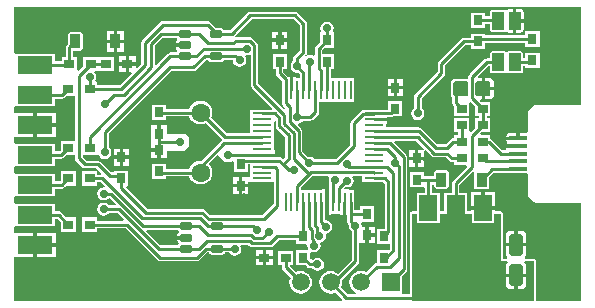
<source format=gtl>
G04 Layer_Physical_Order=1*
G04 Layer_Color=255*
%FSLAX43Y43*%
%MOMM*%
G71*
G01*
G75*
%ADD10R,0.900X0.800*%
%ADD11R,0.800X0.900*%
G04:AMPARAMS|DCode=12|XSize=1.5mm|YSize=1mm|CornerRadius=0.025mm|HoleSize=0mm|Usage=FLASHONLY|Rotation=90.000|XOffset=0mm|YOffset=0mm|HoleType=Round|Shape=RoundedRectangle|*
%AMROUNDEDRECTD12*
21,1,1.500,0.950,0,0,90.0*
21,1,1.450,1.000,0,0,90.0*
1,1,0.050,0.475,0.725*
1,1,0.050,0.475,-0.725*
1,1,0.050,-0.475,-0.725*
1,1,0.050,-0.475,0.725*
%
%ADD12ROUNDEDRECTD12*%
G04:AMPARAMS|DCode=13|XSize=1.8mm|YSize=1.2mm|CornerRadius=0.15mm|HoleSize=0mm|Usage=FLASHONLY|Rotation=90.000|XOffset=0mm|YOffset=0mm|HoleType=Round|Shape=RoundedRectangle|*
%AMROUNDEDRECTD13*
21,1,1.800,0.900,0,0,90.0*
21,1,1.500,1.200,0,0,90.0*
1,1,0.300,0.450,0.750*
1,1,0.300,0.450,-0.750*
1,1,0.300,-0.450,-0.750*
1,1,0.300,-0.450,0.750*
%
%ADD13ROUNDEDRECTD13*%
%ADD14R,0.910X1.220*%
G04:AMPARAMS|DCode=15|XSize=0.91mm|YSize=1.22mm|CornerRadius=0.228mm|HoleSize=0mm|Usage=FLASHONLY|Rotation=180.000|XOffset=0mm|YOffset=0mm|HoleType=Round|Shape=RoundedRectangle|*
%AMROUNDEDRECTD15*
21,1,0.910,0.765,0,0,180.0*
21,1,0.455,1.220,0,0,180.0*
1,1,0.455,-0.228,0.383*
1,1,0.455,0.228,0.383*
1,1,0.455,0.228,-0.383*
1,1,0.455,-0.228,-0.383*
%
%ADD15ROUNDEDRECTD15*%
G04:AMPARAMS|DCode=16|XSize=1.5mm|YSize=0.35mm|CornerRadius=0.035mm|HoleSize=0mm|Usage=FLASHONLY|Rotation=180.000|XOffset=0mm|YOffset=0mm|HoleType=Round|Shape=RoundedRectangle|*
%AMROUNDEDRECTD16*
21,1,1.500,0.280,0,0,180.0*
21,1,1.430,0.350,0,0,180.0*
1,1,0.070,-0.715,0.140*
1,1,0.070,0.715,0.140*
1,1,0.070,0.715,-0.140*
1,1,0.070,-0.715,-0.140*
%
%ADD16ROUNDEDRECTD16*%
G04:AMPARAMS|DCode=17|XSize=1.5mm|YSize=1.2mm|CornerRadius=0.12mm|HoleSize=0mm|Usage=FLASHONLY|Rotation=180.000|XOffset=0mm|YOffset=0mm|HoleType=Round|Shape=RoundedRectangle|*
%AMROUNDEDRECTD17*
21,1,1.500,0.960,0,0,180.0*
21,1,1.260,1.200,0,0,180.0*
1,1,0.240,-0.630,0.480*
1,1,0.240,0.630,0.480*
1,1,0.240,0.630,-0.480*
1,1,0.240,-0.630,-0.480*
%
%ADD17ROUNDEDRECTD17*%
%ADD18R,3.000X1.500*%
G04:AMPARAMS|DCode=19|XSize=0.6mm|YSize=1mm|CornerRadius=0.075mm|HoleSize=0mm|Usage=FLASHONLY|Rotation=270.000|XOffset=0mm|YOffset=0mm|HoleType=Round|Shape=RoundedRectangle|*
%AMROUNDEDRECTD19*
21,1,0.600,0.850,0,0,270.0*
21,1,0.450,1.000,0,0,270.0*
1,1,0.150,-0.425,-0.225*
1,1,0.150,-0.425,0.225*
1,1,0.150,0.425,0.225*
1,1,0.150,0.425,-0.225*
%
%ADD19ROUNDEDRECTD19*%
%ADD20R,5.000X2.200*%
%ADD21R,1.500X2.200*%
%ADD22R,1.650X0.254*%
%ADD23R,0.254X1.650*%
G04:AMPARAMS|DCode=24|XSize=1.27mm|YSize=1.27mm|CornerRadius=0.159mm|HoleSize=0mm|Usage=FLASHONLY|Rotation=0.000|XOffset=0mm|YOffset=0mm|HoleType=Round|Shape=RoundedRectangle|*
%AMROUNDEDRECTD24*
21,1,1.270,0.953,0,0,0.0*
21,1,0.953,1.270,0,0,0.0*
1,1,0.318,0.476,-0.476*
1,1,0.318,-0.476,-0.476*
1,1,0.318,-0.476,0.476*
1,1,0.318,0.476,0.476*
%
%ADD24ROUNDEDRECTD24*%
%ADD25C,0.220*%
G04:AMPARAMS|DCode=26|XSize=2.4mm|YSize=1.6mm|CornerRadius=0.4mm|HoleSize=0mm|Usage=FLASHONLY|Rotation=180.000|XOffset=0mm|YOffset=0mm|HoleType=Round|Shape=RoundedRectangle|*
%AMROUNDEDRECTD26*
21,1,2.400,0.800,0,0,180.0*
21,1,1.600,1.600,0,0,180.0*
1,1,0.800,-0.800,0.400*
1,1,0.800,0.800,0.400*
1,1,0.800,0.800,-0.400*
1,1,0.800,-0.800,-0.400*
%
%ADD26ROUNDEDRECTD26*%
%ADD27R,1.500X1.500*%
%ADD28C,1.500*%
%ADD29C,1.600*%
%ADD30C,0.700*%
%ADD31C,0.500*%
%ADD32C,1.000*%
G36*
X115984Y109469D02*
Y107331D01*
X115520Y106867D01*
X115451Y106764D01*
X115427Y106643D01*
Y106471D01*
X115347Y106417D01*
X115225Y106236D01*
X115183Y106021D01*
X115225Y105806D01*
X115347Y105624D01*
X115529Y105503D01*
X115743Y105460D01*
X115838Y105479D01*
X115984Y105333D01*
Y105025D01*
X115681D01*
Y105079D01*
X115450D01*
Y104000D01*
X115150D01*
Y105079D01*
X115053D01*
X115023Y105123D01*
X114616Y105531D01*
Y105750D01*
X114900D01*
Y107050D01*
X113700D01*
Y105750D01*
X113984D01*
Y105400D01*
X114008Y105279D01*
X114076Y105176D01*
X114473Y104780D01*
Y102975D01*
X114484D01*
Y102900D01*
X114508Y102779D01*
X114576Y102676D01*
X114780Y102473D01*
X114773Y102421D01*
X114638Y102376D01*
X112476Y104538D01*
Y107773D01*
X112452Y107894D01*
X112383Y107997D01*
X111997Y108383D01*
X111894Y108452D01*
X111773Y108476D01*
X110603D01*
X110547Y108589D01*
X110546Y108599D01*
X111931Y109984D01*
X115469D01*
X115984Y109469D01*
D02*
G37*
G36*
X133000Y89500D02*
X133568D01*
X133606Y89373D01*
X133559Y89341D01*
X133469Y89208D01*
X133438Y89050D01*
Y88450D01*
X135162D01*
Y89050D01*
X135131Y89208D01*
X135041Y89341D01*
X134994Y89373D01*
X135032Y89500D01*
X135800D01*
Y86155D01*
X125500D01*
Y93500D01*
X125950D01*
Y92700D01*
X127850D01*
Y93500D01*
X130550D01*
Y92700D01*
X132450D01*
Y93500D01*
X133000D01*
Y89500D01*
D02*
G37*
G36*
X139845Y102755D02*
X135982D01*
X135884Y102735D01*
X135802Y102680D01*
X135420Y102298D01*
X135365Y102216D01*
X135345Y102118D01*
Y102010D01*
X135336Y101987D01*
X135330Y101961D01*
X135322Y101935D01*
X135294Y101727D01*
X135295Y101713D01*
X135293Y101700D01*
X135294Y100429D01*
X135167Y100335D01*
X134650D01*
Y99900D01*
X134500D01*
Y99750D01*
X133492D01*
X133513Y99647D01*
X133561Y99575D01*
X133513Y99503D01*
X133492Y99400D01*
X134500D01*
Y99100D01*
X133492D01*
X133504Y99043D01*
X133426Y98916D01*
X133131D01*
X132223Y99824D01*
X132150Y99873D01*
Y100200D01*
X131322D01*
X131274Y100311D01*
X131348Y100400D01*
X132150D01*
Y101600D01*
X131816D01*
Y101800D01*
X132150D01*
Y103000D01*
X131347D01*
X131261Y103086D01*
X131310Y103203D01*
X131402D01*
Y104100D01*
Y104997D01*
X131124D01*
X131067Y105120D01*
X131969Y106022D01*
X132096Y106004D01*
Y105625D01*
X132113Y105537D01*
X132163Y105463D01*
X132237Y105413D01*
X132325Y105396D01*
X133275D01*
X133363Y105413D01*
X133437Y105463D01*
X133563Y105463D01*
X133637Y105413D01*
X133725Y105396D01*
X134675D01*
X134763Y105413D01*
X134837Y105463D01*
X134887Y105537D01*
X134904Y105625D01*
Y106034D01*
X135100D01*
Y105850D01*
X136300D01*
Y107150D01*
X135100D01*
Y106666D01*
X134904D01*
Y107075D01*
X134887Y107163D01*
X134837Y107237D01*
X134763Y107287D01*
X134675Y107304D01*
X133725D01*
X133637Y107287D01*
X133563Y107237D01*
X133437Y107237D01*
X133363Y107287D01*
X133275Y107304D01*
X132325D01*
X132237Y107287D01*
X132163Y107237D01*
X132113Y107163D01*
X132096Y107075D01*
Y106666D01*
X131850D01*
X131729Y106642D01*
X131626Y106574D01*
X130376Y105324D01*
X130308Y105221D01*
X130284Y105100D01*
Y105040D01*
X130157Y104935D01*
X130124Y104942D01*
X129171D01*
X129031Y104914D01*
X128913Y104835D01*
X128833Y104716D01*
X128805Y104576D01*
Y103624D01*
X128833Y103484D01*
X128913Y103365D01*
X128931Y103353D01*
Y102853D01*
X128955Y102732D01*
X129024Y102629D01*
X129050Y102603D01*
Y101800D01*
X130350D01*
Y102923D01*
X130477Y102976D01*
X130850Y102603D01*
Y101800D01*
X131184D01*
Y101600D01*
X130850D01*
Y100797D01*
X130477Y100424D01*
X130350Y100477D01*
Y101600D01*
X129050D01*
Y100400D01*
X129384D01*
Y100200D01*
X129050D01*
Y99916D01*
X129000D01*
X128879Y99892D01*
X128777Y99824D01*
X128369Y99416D01*
X127631D01*
X126323Y100724D01*
X126221Y100792D01*
X126100Y100816D01*
X123325D01*
Y101119D01*
X123379D01*
Y101350D01*
X122300D01*
Y101633D01*
X122358Y101645D01*
X122366Y101650D01*
X123379D01*
Y101684D01*
X123700D01*
X123821Y101708D01*
X123884Y101750D01*
X124700D01*
Y103050D01*
X123500D01*
Y102316D01*
X123325D01*
Y102327D01*
X121275D01*
Y102239D01*
X121226Y102229D01*
X121123Y102160D01*
X120386Y101424D01*
X120318Y101321D01*
X120294Y101200D01*
Y99374D01*
X119036Y98116D01*
X117250D01*
X117197Y98197D01*
X117015Y98318D01*
X116800Y98361D01*
X116705Y98342D01*
X116216Y98831D01*
Y100488D01*
X116192Y100609D01*
X116123Y100712D01*
X115819Y101016D01*
X115863Y101152D01*
X116015Y101182D01*
X116197Y101303D01*
X116250Y101384D01*
X116900D01*
X117021Y101408D01*
X117123Y101477D01*
X117523Y101877D01*
X117592Y101979D01*
X117616Y102100D01*
Y102975D01*
X120627D01*
Y105025D01*
X118616D01*
Y105750D01*
X118900D01*
Y107050D01*
X117916D01*
Y107369D01*
X118097Y107550D01*
X118900D01*
Y108850D01*
X118862D01*
X118802Y108962D01*
X118818Y108985D01*
X118861Y109200D01*
X118818Y109415D01*
X118697Y109597D01*
X118515Y109718D01*
X118300Y109761D01*
X118085Y109718D01*
X117903Y109597D01*
X117782Y109415D01*
X117739Y109200D01*
X117782Y108985D01*
X117798Y108962D01*
X117738Y108850D01*
X117700D01*
Y108047D01*
X117377Y107724D01*
X117308Y107621D01*
X117284Y107500D01*
Y107039D01*
X117274Y106988D01*
Y106946D01*
X117162Y106886D01*
X117115Y106918D01*
X116900Y106961D01*
X116685Y106918D01*
X116563Y106836D01*
X116482Y106935D01*
X116523Y106977D01*
X116592Y107079D01*
X116616Y107200D01*
Y109600D01*
X116592Y109721D01*
X116523Y109824D01*
X115824Y110523D01*
X115721Y110592D01*
X115600Y110616D01*
X111800D01*
X111679Y110592D01*
X111576Y110523D01*
X110119Y109066D01*
X109587D01*
X109584Y109082D01*
X109523Y109173D01*
X109432Y109234D01*
X109325Y109255D01*
X108892D01*
X108424Y109724D01*
X108321Y109792D01*
X108200Y109816D01*
X104400D01*
X104279Y109792D01*
X104176Y109724D01*
X102676Y108224D01*
X102608Y108121D01*
X102584Y108000D01*
Y106231D01*
X102221Y105868D01*
X102104Y105917D01*
Y106050D01*
X101550D01*
Y105546D01*
X101733D01*
X101782Y105429D01*
X100769Y104416D01*
X98850D01*
Y104700D01*
X98747D01*
X98679Y104827D01*
X98718Y104885D01*
X98761Y105100D01*
X98718Y105315D01*
X98612Y105473D01*
X98653Y105600D01*
X98823D01*
X98950Y105600D01*
Y105600D01*
X98950D01*
X98950Y105600D01*
X100250D01*
Y106800D01*
X99077D01*
X98950Y106800D01*
Y106800D01*
X98950D01*
X98950Y106800D01*
X97650D01*
Y105997D01*
X97277Y105624D01*
X97150Y105677D01*
Y106800D01*
X96816D01*
Y107282D01*
X97228D01*
X97394Y107315D01*
X97536Y107409D01*
X97630Y107551D01*
X97663Y107717D01*
Y108482D01*
X97630Y108649D01*
X97536Y108791D01*
X97394Y108885D01*
X97228Y108918D01*
X96772D01*
X96606Y108885D01*
X96464Y108791D01*
X96370Y108649D01*
X96337Y108482D01*
Y107884D01*
X96276Y107824D01*
X96208Y107721D01*
X96184Y107600D01*
Y106800D01*
X95850D01*
Y106436D01*
X95300D01*
Y107070D01*
X91950D01*
X91900Y107070D01*
X91823Y107165D01*
Y108660D01*
X91823Y108660D01*
Y111045D01*
X139845D01*
Y102755D01*
D02*
G37*
G36*
X111844Y106934D02*
Y104407D01*
X111868Y104286D01*
X111937Y104183D01*
X113675Y102444D01*
X113627Y102327D01*
X111775D01*
Y101173D01*
Y100316D01*
X109811D01*
X108496Y101631D01*
X108574Y101819D01*
X108609Y102080D01*
X108574Y102341D01*
X108474Y102584D01*
X108313Y102793D01*
X108104Y102953D01*
X107861Y103054D01*
X107600Y103089D01*
X107339Y103054D01*
X107096Y102953D01*
X106887Y102793D01*
X106727Y102584D01*
X106649Y102396D01*
X104700D01*
Y102750D01*
X103500D01*
Y101450D01*
X104700D01*
Y101764D01*
X106649D01*
X106727Y101576D01*
X106887Y101367D01*
X107096Y101206D01*
X107339Y101106D01*
X107600Y101071D01*
X107861Y101106D01*
X108049Y101184D01*
X109388Y99845D01*
X109377Y99724D01*
X107654Y98001D01*
X107600Y98009D01*
X107339Y97974D01*
X107096Y97873D01*
X106887Y97713D01*
X106727Y97504D01*
X106649Y97316D01*
X104700D01*
Y97750D01*
X103500D01*
Y96450D01*
X104700D01*
Y96684D01*
X106649D01*
X106727Y96496D01*
X106887Y96287D01*
X107096Y96127D01*
X107339Y96026D01*
X107600Y95991D01*
X107861Y96026D01*
X108104Y96127D01*
X108313Y96287D01*
X108474Y96496D01*
X108574Y96739D01*
X108609Y97000D01*
X108574Y97261D01*
X108474Y97504D01*
X108313Y97713D01*
X108310Y97763D01*
X108995Y98448D01*
X109100Y98500D01*
X109700Y97900D01*
X110200Y97900D01*
X110283Y97983D01*
X110400Y97934D01*
Y97050D01*
X111600D01*
Y97684D01*
X111775D01*
Y96618D01*
X111654Y96604D01*
X111648Y96604D01*
X111150D01*
Y96050D01*
X111654D01*
Y96159D01*
X111775Y96173D01*
X111781Y96173D01*
X113784D01*
Y94331D01*
X112829Y93376D01*
X108421D01*
X107974Y93824D01*
X107871Y93892D01*
X107750Y93916D01*
X103131D01*
X101324Y95723D01*
X101377Y95850D01*
X101500D01*
Y97150D01*
X100300D01*
Y97016D01*
X100031D01*
X99123Y97924D01*
X99021Y97992D01*
X98900Y98016D01*
X97931D01*
X97616Y98331D01*
Y98500D01*
X98850D01*
X98850Y98500D01*
Y98500D01*
X98977Y98510D01*
X98982Y98485D01*
X99103Y98303D01*
X99285Y98182D01*
X99500Y98139D01*
X99715Y98182D01*
X99897Y98303D01*
X100018Y98485D01*
X100061Y98700D01*
X100018Y98915D01*
X99897Y99097D01*
X99816Y99150D01*
Y100269D01*
X105131Y105584D01*
X107000D01*
X107121Y105608D01*
X107223Y105676D01*
X108081Y106534D01*
X108213D01*
X108216Y106518D01*
X108277Y106427D01*
X108368Y106366D01*
X108475Y106345D01*
X109325D01*
X109432Y106366D01*
X109523Y106427D01*
X109584Y106518D01*
X109587Y106534D01*
X110311D01*
X110339Y106500D01*
X110382Y106285D01*
X110503Y106103D01*
X110685Y105982D01*
X110900Y105939D01*
X111115Y105982D01*
X111297Y106103D01*
X111418Y106285D01*
X111461Y106500D01*
X111418Y106715D01*
X111332Y106843D01*
X111409Y106957D01*
X111500Y106939D01*
X111715Y106982D01*
X111732Y106993D01*
X111844Y106934D01*
D02*
G37*
G36*
X105616Y108418D02*
X105624Y108406D01*
X105638Y108262D01*
X105565Y108153D01*
X105540Y108025D01*
Y107950D01*
X106300D01*
Y107650D01*
X105540D01*
Y107575D01*
X105565Y107447D01*
X105638Y107338D01*
X105624Y107194D01*
X105616Y107182D01*
X105613Y107166D01*
X105050D01*
X104929Y107142D01*
X104826Y107074D01*
X103833Y106080D01*
X103716Y106129D01*
Y107769D01*
X104381Y108434D01*
X105613D01*
X105616Y108418D01*
D02*
G37*
G36*
X96984Y99700D02*
X95750D01*
Y98897D01*
X95669Y98816D01*
X95300D01*
Y99450D01*
X91900D01*
X91823Y99545D01*
Y99919D01*
X91846Y100036D01*
X91950Y100036D01*
X93450D01*
Y101040D01*
Y102044D01*
X91950D01*
X91846Y102044D01*
X91823Y102161D01*
Y102535D01*
X91900Y102630D01*
X95300D01*
Y103264D01*
X95880D01*
X96001Y103288D01*
X96104Y103357D01*
X96247Y103500D01*
X96984D01*
Y99700D01*
D02*
G37*
G36*
X113964Y101382D02*
Y100920D01*
X113988Y100799D01*
X114057Y100697D01*
X114744Y100009D01*
Y98311D01*
X114580Y98147D01*
X114504Y98224D01*
X114401Y98292D01*
X114280Y98316D01*
X113879D01*
Y98881D01*
X113825D01*
Y100173D01*
Y101322D01*
X113952Y101390D01*
X113964Y101382D01*
D02*
G37*
G36*
X96984Y98200D02*
X97008Y98079D01*
X97076Y97977D01*
X97576Y97477D01*
X97679Y97408D01*
X97800Y97384D01*
X98769D01*
X99210Y96943D01*
X99157Y96816D01*
X98850D01*
Y97100D01*
X97550D01*
Y95900D01*
X98850D01*
Y96184D01*
X99169D01*
X99478Y95875D01*
X99416Y95758D01*
X99400Y95761D01*
X99185Y95718D01*
X99003Y95597D01*
X98882Y95415D01*
X98839Y95200D01*
X98882Y94985D01*
X99003Y94803D01*
X99185Y94682D01*
X99400Y94639D01*
X99615Y94682D01*
X99797Y94803D01*
X99952Y94807D01*
X100426Y94333D01*
X100377Y94216D01*
X99850D01*
X99797Y94297D01*
X99615Y94418D01*
X99400Y94461D01*
X99185Y94418D01*
X99003Y94297D01*
X98882Y94115D01*
X98839Y93900D01*
X98882Y93685D01*
X99003Y93503D01*
X99185Y93382D01*
X99400Y93339D01*
X99615Y93382D01*
X99797Y93503D01*
X99850Y93584D01*
X100563D01*
X101114Y93033D01*
X101065Y92916D01*
X98850D01*
Y93200D01*
X97550D01*
Y92000D01*
X98850D01*
Y92284D01*
X101269D01*
X103977Y89576D01*
X104079Y89508D01*
X104200Y89484D01*
X107300D01*
X107421Y89508D01*
X107523Y89576D01*
X108181Y90234D01*
X108313D01*
X108316Y90218D01*
X108377Y90127D01*
X108468Y90066D01*
X108575Y90045D01*
X109425D01*
X109532Y90066D01*
X109623Y90127D01*
X109684Y90218D01*
X109687Y90234D01*
X110016D01*
X110103Y90103D01*
X110285Y89982D01*
X110500Y89939D01*
X110715Y89982D01*
X110897Y90103D01*
X111018Y90285D01*
X111061Y90500D01*
X111018Y90715D01*
X110976Y90777D01*
X111044Y90904D01*
X111622D01*
X111729Y90797D01*
X111832Y90728D01*
X111953Y90704D01*
X113500D01*
X113621Y90728D01*
X113724Y90797D01*
X114211Y91284D01*
X115700D01*
Y90950D01*
X116569D01*
X116649Y90852D01*
X116639Y90800D01*
X116682Y90585D01*
X116697Y90562D01*
X116637Y90450D01*
X115700D01*
Y89150D01*
X116503D01*
X116637Y89016D01*
X116740Y88947D01*
X116861Y88923D01*
X117050D01*
X117103Y88843D01*
X117285Y88721D01*
X117500Y88678D01*
X117715Y88721D01*
X117897Y88843D01*
X118018Y89025D01*
X118061Y89239D01*
X118018Y89454D01*
X117897Y89636D01*
X117715Y89757D01*
X117500Y89800D01*
X117285Y89757D01*
X117103Y89636D01*
X116978Y89645D01*
X116900Y89718D01*
Y90198D01*
X117027Y90273D01*
X117200Y90239D01*
X117414Y90282D01*
X117596Y90403D01*
X117718Y90585D01*
X117761Y90800D01*
X117723Y90987D01*
X117718Y91014D01*
X117799Y91122D01*
X117885Y91139D01*
X118067Y91261D01*
X118188Y91443D01*
X118231Y91657D01*
X118195Y91835D01*
X118200Y91839D01*
X118415Y91882D01*
X118597Y92003D01*
X118718Y92185D01*
X118761Y92400D01*
X118718Y92615D01*
X118597Y92797D01*
X118415Y92918D01*
X118200Y92961D01*
X118116Y93030D01*
Y93421D01*
X118150D01*
Y94500D01*
Y95579D01*
X117919D01*
Y95525D01*
X116116D01*
Y95769D01*
X117091Y96744D01*
X118434D01*
X118493Y96632D01*
X118482Y96615D01*
X118439Y96400D01*
X118482Y96185D01*
X118484Y96182D01*
Y95579D01*
X118450D01*
Y94500D01*
Y93421D01*
X118681D01*
Y93475D01*
X119419D01*
Y93421D01*
X119650D01*
Y94500D01*
X119950D01*
Y93421D01*
X119984D01*
Y92900D01*
X120008Y92779D01*
X120076Y92677D01*
X120158Y92595D01*
X120139Y92500D01*
X120182Y92285D01*
X120303Y92103D01*
X120384Y92050D01*
Y89631D01*
X119203Y88450D01*
X119099Y88530D01*
X118868Y88626D01*
X118620Y88658D01*
X118372Y88626D01*
X118141Y88530D01*
X117942Y88378D01*
X117790Y88179D01*
X117694Y87948D01*
X117662Y87700D01*
X117694Y87452D01*
X117790Y87221D01*
X117942Y87022D01*
X118141Y86870D01*
X118372Y86774D01*
X118620Y86742D01*
X118868Y86774D01*
X119031Y86842D01*
X119591Y86282D01*
X119539Y86155D01*
X91823D01*
Y88340D01*
Y89759D01*
X91846Y89876D01*
X91950Y89876D01*
X93450D01*
Y90880D01*
Y91884D01*
X91950D01*
X91846Y91884D01*
X91823Y92001D01*
Y92375D01*
X91900Y92470D01*
X91950Y92470D01*
X95300D01*
Y93104D01*
X95449D01*
X95750Y92803D01*
Y92000D01*
X97050D01*
Y93200D01*
X96247D01*
X95803Y93644D01*
X95701Y93712D01*
X95580Y93736D01*
X95300D01*
Y94370D01*
X91950D01*
X91900Y94370D01*
X91823Y94465D01*
Y94915D01*
X91900Y95010D01*
X91950Y95010D01*
X95300D01*
Y95644D01*
X95860D01*
X95981Y95668D01*
X96084Y95737D01*
X96247Y95900D01*
X97050D01*
Y97100D01*
X95750D01*
Y96297D01*
X95729Y96276D01*
X95300D01*
Y96910D01*
X91950D01*
X91900Y96910D01*
X91823Y97005D01*
Y97455D01*
X91900Y97550D01*
X95300D01*
Y98184D01*
X95800D01*
X95921Y98208D01*
X96023Y98277D01*
X96247Y98500D01*
X96984D01*
Y98200D01*
D02*
G37*
G36*
X126522Y99031D02*
X126469Y98904D01*
X126050D01*
Y98350D01*
X126554D01*
Y98819D01*
X126681Y98872D01*
X127176Y98377D01*
X127279Y98308D01*
X127400Y98284D01*
X128369D01*
X128677Y97977D01*
X128779Y97908D01*
X128900Y97884D01*
X129050D01*
Y97600D01*
X130087D01*
X130136Y97483D01*
X128977Y96324D01*
X128908Y96221D01*
X128884Y96100D01*
Y95300D01*
X128250D01*
Y93704D01*
X127850D01*
Y95300D01*
X127216D01*
Y95973D01*
X127343Y95985D01*
X127370Y95851D01*
X127464Y95709D01*
X127606Y95615D01*
X127772Y95582D01*
X128227D01*
X128394Y95615D01*
X128536Y95709D01*
X128630Y95851D01*
X128663Y96018D01*
Y96783D01*
X128630Y96949D01*
X128536Y97091D01*
X128394Y97185D01*
X128227Y97218D01*
X127772D01*
X127606Y97185D01*
X127464Y97091D01*
X127370Y96949D01*
X127337Y96783D01*
Y96716D01*
X126500D01*
Y97050D01*
X125300D01*
Y95750D01*
X126500D01*
X126584Y95658D01*
Y95300D01*
X125950D01*
Y93704D01*
X125500D01*
X125422Y93688D01*
X125356Y93644D01*
X125312Y93578D01*
X125296Y93500D01*
Y86716D01*
X124763D01*
X124650Y86750D01*
Y88203D01*
X125023Y88576D01*
X125092Y88679D01*
X125116Y88800D01*
Y98300D01*
X125092Y98421D01*
X125023Y98523D01*
X123980Y99567D01*
X124029Y99684D01*
X125869D01*
X126522Y99031D01*
D02*
G37*
G36*
X121275Y96173D02*
X123080D01*
X123184Y96069D01*
Y92250D01*
X122500D01*
Y90950D01*
X123604D01*
Y90535D01*
X123519Y90450D01*
X122500D01*
Y89356D01*
X122379Y89332D01*
X122276Y89263D01*
X121571Y88558D01*
X121408Y88626D01*
X121160Y88658D01*
X120912Y88626D01*
X120681Y88530D01*
X120482Y88378D01*
X120330Y88179D01*
X120234Y87948D01*
X120202Y87700D01*
X120234Y87452D01*
X120330Y87221D01*
X120482Y87022D01*
X120681Y86870D01*
X120746Y86843D01*
X120721Y86716D01*
X120051D01*
X119478Y87289D01*
X119546Y87452D01*
X119578Y87700D01*
X119551Y87904D01*
X120924Y89276D01*
X120992Y89379D01*
X121016Y89500D01*
Y90881D01*
X121046Y90996D01*
X121550D01*
Y91700D01*
Y92404D01*
X121340D01*
X121261Y92500D01*
X121218Y92715D01*
X121202Y92738D01*
X121262Y92850D01*
X122300D01*
Y94150D01*
X121100D01*
Y93816D01*
X120627D01*
Y95525D01*
X120181D01*
Y95579D01*
X119807D01*
X119760Y95693D01*
X119834Y95772D01*
X120000Y95739D01*
X120214Y95782D01*
X120396Y95903D01*
X120518Y96085D01*
X120561Y96300D01*
X120518Y96514D01*
X120463Y96597D01*
X120531Y96724D01*
X121275D01*
Y96173D01*
D02*
G37*
G36*
X105716Y92118D02*
X105724Y92106D01*
X105738Y91962D01*
X105665Y91853D01*
X105640Y91725D01*
Y91650D01*
X106400D01*
Y91350D01*
X105640D01*
Y91275D01*
X105665Y91147D01*
X105738Y91038D01*
X105724Y90894D01*
X105716Y90882D01*
X105713Y90866D01*
X104175D01*
X103024Y92017D01*
X103073Y92134D01*
X105713D01*
X105716Y92118D01*
D02*
G37*
G36*
X130745Y97032D02*
Y95590D01*
X132055D01*
Y96608D01*
X132431Y96984D01*
X133626D01*
X133693Y96939D01*
X133785Y96920D01*
X135215D01*
X135298Y96852D01*
X135299Y95551D01*
X135298Y95526D01*
X135293Y95500D01*
X135295Y95487D01*
X135294Y95473D01*
X135322Y95265D01*
X135330Y95239D01*
X135336Y95213D01*
X135345Y95190D01*
Y95082D01*
X135365Y94984D01*
X135420Y94902D01*
X135795Y94527D01*
X135877Y94471D01*
X135975Y94452D01*
X139845D01*
Y86155D01*
X136004D01*
Y89500D01*
X135988Y89578D01*
X135944Y89644D01*
X135878Y89688D01*
X135800Y89704D01*
X135038D01*
X135030Y89712D01*
X135030Y89851D01*
X135041Y89859D01*
X135131Y89992D01*
X135162Y90150D01*
Y90750D01*
X133438D01*
Y90150D01*
X133469Y89992D01*
X133559Y89859D01*
X133570Y89851D01*
X133570Y89712D01*
X133562Y89704D01*
X133204D01*
Y93500D01*
X133188Y93578D01*
X133144Y93644D01*
X133078Y93688D01*
X133000Y93704D01*
X132504D01*
Y93850D01*
X130496D01*
Y93704D01*
X130150D01*
Y95300D01*
X129516D01*
Y95969D01*
X130628Y97081D01*
X130745Y97032D01*
D02*
G37*
%LPC*%
G36*
X110850Y96604D02*
X110346D01*
Y96050D01*
X110850D01*
Y96604D01*
D02*
G37*
G36*
X134150Y88150D02*
X133438D01*
Y87550D01*
X133469Y87392D01*
X133559Y87259D01*
X133692Y87169D01*
X133850Y87138D01*
X134150D01*
Y88150D01*
D02*
G37*
G36*
X135162D02*
X134450D01*
Y87138D01*
X134750D01*
X134908Y87169D01*
X135041Y87259D01*
X135131Y87392D01*
X135162Y87550D01*
Y88150D01*
D02*
G37*
G36*
X111654Y95750D02*
X111150D01*
Y95196D01*
X111654D01*
Y95750D01*
D02*
G37*
G36*
X112850Y89650D02*
X112296D01*
Y89146D01*
X112850D01*
Y89650D01*
D02*
G37*
G36*
X100750Y98150D02*
X100246D01*
Y97596D01*
X100750D01*
Y98150D01*
D02*
G37*
G36*
X101554D02*
X101050D01*
Y97596D01*
X101554D01*
Y98150D01*
D02*
G37*
G36*
X126554Y98050D02*
X126050D01*
Y97496D01*
X126554D01*
Y98050D01*
D02*
G37*
G36*
X125750D02*
X125246D01*
Y97496D01*
X125750D01*
Y98050D01*
D02*
G37*
G36*
X115450Y90400D02*
X114150D01*
Y89200D01*
X114484D01*
Y88980D01*
X114508Y88859D01*
X114576Y88757D01*
X115222Y88111D01*
X115154Y87948D01*
X115122Y87700D01*
X115154Y87452D01*
X115250Y87221D01*
X115402Y87022D01*
X115601Y86870D01*
X115832Y86774D01*
X116080Y86742D01*
X116328Y86774D01*
X116559Y86870D01*
X116758Y87022D01*
X116910Y87221D01*
X117006Y87452D01*
X117038Y87700D01*
X117006Y87948D01*
X116910Y88179D01*
X116758Y88378D01*
X116559Y88530D01*
X116328Y88626D01*
X116080Y88658D01*
X115832Y88626D01*
X115669Y88558D01*
X115154Y89073D01*
X115207Y89200D01*
X115450D01*
Y90400D01*
D02*
G37*
G36*
X110850Y95750D02*
X110346D01*
Y95196D01*
X110850D01*
Y95750D01*
D02*
G37*
G36*
X134750Y92062D02*
X134450D01*
Y91050D01*
X135162D01*
Y91650D01*
X135131Y91808D01*
X135041Y91941D01*
X134908Y92031D01*
X134750Y92062D01*
D02*
G37*
G36*
X113704Y90454D02*
X113150D01*
Y89950D01*
X113704D01*
Y90454D01*
D02*
G37*
G36*
X134150Y92062D02*
X133850D01*
X133692Y92031D01*
X133559Y91941D01*
X133469Y91808D01*
X133438Y91650D01*
Y91050D01*
X134150D01*
Y92062D01*
D02*
G37*
G36*
X122354Y91550D02*
X121850D01*
Y90996D01*
X122354D01*
Y91550D01*
D02*
G37*
G36*
X93750Y91884D02*
Y91030D01*
X95354D01*
Y91884D01*
X93750D01*
D02*
G37*
G36*
X112850Y90454D02*
X112296D01*
Y89950D01*
X112850D01*
Y90454D01*
D02*
G37*
G36*
X131350Y95354D02*
X130496D01*
Y94150D01*
X131350D01*
Y95354D01*
D02*
G37*
G36*
X132504D02*
X131650D01*
Y94150D01*
X132504D01*
Y95354D01*
D02*
G37*
G36*
X113704Y89650D02*
X113150D01*
Y89146D01*
X113704D01*
Y89650D01*
D02*
G37*
G36*
X122354Y92404D02*
X121850D01*
Y91850D01*
X122354D01*
Y92404D01*
D02*
G37*
G36*
X95354Y90730D02*
X93750D01*
Y89876D01*
X95354D01*
Y90730D01*
D02*
G37*
G36*
X114150Y108050D02*
X113646D01*
Y107496D01*
X114150D01*
Y108050D01*
D02*
G37*
G36*
X114954D02*
X114450D01*
Y107496D01*
X114954D01*
Y108050D01*
D02*
G37*
G36*
X100250Y108964D02*
X99691D01*
Y108250D01*
X100250D01*
Y108964D01*
D02*
G37*
G36*
X101109Y107950D02*
X100550D01*
Y107236D01*
X101109D01*
Y107950D01*
D02*
G37*
G36*
X101250Y106854D02*
X100696D01*
Y106350D01*
X101250D01*
Y106854D01*
D02*
G37*
G36*
X102104D02*
X101550D01*
Y106350D01*
X102104D01*
Y106854D01*
D02*
G37*
G36*
X100250Y107950D02*
X99691D01*
Y107236D01*
X100250D01*
Y107950D01*
D02*
G37*
G36*
X134959Y109700D02*
X134350D01*
Y108841D01*
X134675D01*
X134784Y108862D01*
X134876Y108924D01*
X134938Y109016D01*
X134959Y109125D01*
Y109700D01*
D02*
G37*
G36*
X134675Y110859D02*
X134350D01*
Y110000D01*
X134959D01*
Y110575D01*
X134938Y110684D01*
X134876Y110776D01*
X134784Y110838D01*
X134675Y110859D01*
D02*
G37*
G36*
X134050D02*
X133725D01*
X133616Y110838D01*
X133524Y110776D01*
X133374Y110780D01*
X133363Y110787D01*
X133275Y110804D01*
X132325D01*
X132237Y110787D01*
X132163Y110737D01*
X132113Y110663D01*
X132096Y110575D01*
Y110216D01*
X131700D01*
Y110550D01*
X130500D01*
Y109250D01*
X131700D01*
Y109584D01*
X132096D01*
Y109125D01*
X132113Y109037D01*
X132163Y108963D01*
X132237Y108913D01*
X132325Y108896D01*
X133275D01*
X133363Y108913D01*
X133374Y108920D01*
X133524Y108924D01*
X133616Y108862D01*
X133725Y108841D01*
X134050D01*
Y109850D01*
Y110859D01*
D02*
G37*
G36*
X136300Y108950D02*
X135100D01*
Y108616D01*
X131700D01*
Y108750D01*
X130500D01*
Y108416D01*
X129900D01*
X129779Y108392D01*
X129676Y108324D01*
X127776Y106424D01*
X127708Y106321D01*
X127684Y106200D01*
Y105531D01*
X125776Y103623D01*
X125708Y103521D01*
X125684Y103400D01*
Y102450D01*
X125603Y102397D01*
X125482Y102215D01*
X125439Y102000D01*
X125482Y101785D01*
X125603Y101603D01*
X125785Y101482D01*
X126000Y101439D01*
X126215Y101482D01*
X126397Y101603D01*
X126518Y101785D01*
X126561Y102000D01*
X126518Y102215D01*
X126397Y102397D01*
X126316Y102450D01*
Y103269D01*
X128223Y105176D01*
X128292Y105279D01*
X128316Y105400D01*
Y106069D01*
X130031Y107784D01*
X130500D01*
Y107450D01*
X131700D01*
Y107984D01*
X135100D01*
Y107650D01*
X136300D01*
Y108950D01*
D02*
G37*
G36*
X101109Y108964D02*
X100550D01*
Y108250D01*
X101109D01*
Y108964D01*
D02*
G37*
G36*
X114150Y108904D02*
X113646D01*
Y108350D01*
X114150D01*
Y108904D01*
D02*
G37*
G36*
X114954D02*
X114450D01*
Y108350D01*
X114954D01*
Y108904D01*
D02*
G37*
G36*
X101250Y106050D02*
X100696D01*
Y105546D01*
X101250D01*
Y106050D01*
D02*
G37*
G36*
X95354Y100890D02*
X93750D01*
Y100036D01*
X95354D01*
Y100890D01*
D02*
G37*
G36*
X134350Y100335D02*
X133785D01*
X133672Y100312D01*
X133577Y100248D01*
X133513Y100153D01*
X133492Y100050D01*
X134350D01*
Y100335D01*
D02*
G37*
G36*
X104754Y101004D02*
X104250D01*
Y100300D01*
X103950D01*
Y101004D01*
X103446D01*
Y99596D01*
Y99050D01*
X104100D01*
Y98900D01*
Y98800D01*
X104250D01*
Y98196D01*
X104754D01*
Y98800D01*
X106200D01*
X106600Y99200D01*
Y100000D01*
X106300Y100300D01*
X104754D01*
Y101004D01*
D02*
G37*
G36*
X101554Y99004D02*
X101050D01*
Y98450D01*
X101554D01*
Y99004D01*
D02*
G37*
G36*
X103950Y98750D02*
X103446D01*
Y98196D01*
X103950D01*
Y98750D01*
D02*
G37*
G36*
X125750Y98904D02*
X125246D01*
Y98350D01*
X125750D01*
Y98904D01*
D02*
G37*
G36*
X100750Y99004D02*
X100246D01*
Y98450D01*
X100750D01*
Y99004D01*
D02*
G37*
G36*
X132029Y104997D02*
X131702D01*
Y104250D01*
X132450D01*
Y104576D01*
X132418Y104737D01*
X132326Y104874D01*
X132190Y104965D01*
X132029Y104997D01*
D02*
G37*
G36*
X123950Y104904D02*
X123446D01*
Y104350D01*
X123950D01*
Y104904D01*
D02*
G37*
G36*
X124754D02*
X124250D01*
Y104350D01*
X124754D01*
Y104904D01*
D02*
G37*
G36*
Y104050D02*
X124250D01*
Y103496D01*
X124754D01*
Y104050D01*
D02*
G37*
G36*
X93750Y102044D02*
Y101190D01*
X95354D01*
Y102044D01*
X93750D01*
D02*
G37*
G36*
X132450Y103950D02*
X131702D01*
Y103203D01*
X132029D01*
X132190Y103235D01*
X132326Y103326D01*
X132418Y103463D01*
X132450Y103624D01*
Y103950D01*
D02*
G37*
G36*
X123950Y104050D02*
X123446D01*
Y103496D01*
X123950D01*
Y104050D01*
D02*
G37*
%LPD*%
D10*
X114800Y89800D02*
D03*
X113000D02*
D03*
X129700Y98200D02*
D03*
X131500D02*
D03*
X129700Y99600D02*
D03*
X131500D02*
D03*
X96400Y92600D02*
D03*
X98200D02*
D03*
X96400Y96500D02*
D03*
X98200D02*
D03*
X96400Y104100D02*
D03*
X98200D02*
D03*
X96400Y99100D02*
D03*
X98200D02*
D03*
X129700Y101000D02*
D03*
X131500D02*
D03*
X96500Y106200D02*
D03*
X98300D02*
D03*
X99600D02*
D03*
X101400D02*
D03*
X131500Y102400D02*
D03*
X129700D02*
D03*
D11*
X131100Y109900D02*
D03*
Y108100D02*
D03*
X135700Y108300D02*
D03*
Y106500D02*
D03*
X104100Y100300D02*
D03*
Y102100D02*
D03*
Y98900D02*
D03*
Y97100D02*
D03*
X125900Y96400D02*
D03*
Y98200D02*
D03*
X111000Y97700D02*
D03*
Y95900D02*
D03*
X124100Y102400D02*
D03*
Y104200D02*
D03*
X121700Y91700D02*
D03*
Y93500D02*
D03*
X114300Y108200D02*
D03*
Y106400D02*
D03*
X116300Y91600D02*
D03*
Y89800D02*
D03*
X118300Y108200D02*
D03*
Y106400D02*
D03*
X123100Y89800D02*
D03*
Y91600D02*
D03*
X100900Y96500D02*
D03*
Y98300D02*
D03*
D12*
X132800Y109850D02*
D03*
Y106350D02*
D03*
X134200Y106350D02*
D03*
Y109850D02*
D03*
D13*
X134300Y88300D02*
D03*
Y90900D02*
D03*
D14*
X131400Y96400D02*
D03*
X100400Y108100D02*
D03*
D15*
X128000Y96400D02*
D03*
X97000Y108100D02*
D03*
D16*
X134500Y99900D02*
D03*
Y99250D02*
D03*
Y98600D02*
D03*
Y97950D02*
D03*
Y97300D02*
D03*
D17*
Y100950D02*
D03*
Y96250D02*
D03*
D18*
X93600Y106120D02*
D03*
Y103580D02*
D03*
Y101040D02*
D03*
Y98500D02*
D03*
Y95960D02*
D03*
Y93420D02*
D03*
Y90880D02*
D03*
D19*
X108900Y108750D02*
D03*
X106300Y106850D02*
D03*
Y107800D02*
D03*
Y108750D02*
D03*
X108900Y106850D02*
D03*
X109000Y92450D02*
D03*
X106400Y90550D02*
D03*
Y91500D02*
D03*
Y92450D02*
D03*
X109000Y90550D02*
D03*
D20*
X129200Y87500D02*
D03*
D21*
X126900Y94000D02*
D03*
X129200D02*
D03*
X131500D02*
D03*
D22*
X112800Y102000D02*
D03*
Y101500D02*
D03*
Y101000D02*
D03*
Y100500D02*
D03*
Y100000D02*
D03*
Y99500D02*
D03*
Y99000D02*
D03*
Y98500D02*
D03*
Y98000D02*
D03*
Y97500D02*
D03*
Y97000D02*
D03*
Y96500D02*
D03*
X122300D02*
D03*
Y97000D02*
D03*
Y97500D02*
D03*
Y98000D02*
D03*
Y98500D02*
D03*
Y99000D02*
D03*
Y99500D02*
D03*
Y100000D02*
D03*
Y100500D02*
D03*
Y101000D02*
D03*
Y101500D02*
D03*
Y102000D02*
D03*
D23*
X114800Y94500D02*
D03*
X115300D02*
D03*
X115800D02*
D03*
X116300D02*
D03*
X116800D02*
D03*
X117300D02*
D03*
X117800D02*
D03*
X118300D02*
D03*
X118800D02*
D03*
X119300D02*
D03*
X119800D02*
D03*
X120300D02*
D03*
Y104000D02*
D03*
X119800D02*
D03*
X119300D02*
D03*
X118800D02*
D03*
X118300D02*
D03*
X117800D02*
D03*
X117300D02*
D03*
X116800D02*
D03*
X116300D02*
D03*
X115800D02*
D03*
X115300D02*
D03*
X114800D02*
D03*
D24*
X131553Y104100D02*
D03*
X129648D02*
D03*
D25*
X114300Y108200D02*
X115100D01*
X115200Y108100D01*
Y106411D02*
Y108100D01*
X115083Y106294D02*
X115200Y106411D01*
X115083Y105748D02*
Y106294D01*
Y105748D02*
X115300Y105531D01*
Y104000D02*
Y105531D01*
X115900Y98700D02*
Y100488D01*
X115480Y98187D02*
Y100314D01*
X114700Y101094D02*
Y101867D01*
X115140Y101248D02*
X115900Y100488D01*
X115140Y101248D02*
Y102560D01*
X114700Y101094D02*
X115480Y100314D01*
X115060Y98180D02*
Y100140D01*
X114280Y100920D02*
X115060Y100140D01*
X114280Y100920D02*
Y101620D01*
X98900Y97700D02*
X99900Y96700D01*
X100900Y95700D02*
X103000Y93600D01*
X100900Y95700D02*
Y96500D01*
X100700Y96700D02*
X100900Y96500D01*
X99900Y96700D02*
X100700D01*
X103000Y93600D02*
X107750D01*
X97800Y97700D02*
X98900D01*
X99300Y96500D02*
X102620Y93180D01*
X98200Y96500D02*
X99300D01*
X129247Y102853D02*
Y104100D01*
Y102853D02*
X129700Y102400D01*
X131500D02*
X131500Y102400D01*
Y101000D02*
Y102400D01*
X114300Y108200D02*
Y109200D01*
X121600Y90300D02*
X121700Y90400D01*
Y91700D01*
X126400Y98200D02*
X127000Y97600D01*
X125900Y98200D02*
X126400D01*
X120300Y93500D02*
Y94500D01*
Y92900D02*
Y93500D01*
X121700D01*
X120700Y89500D02*
Y92500D01*
X118900Y87700D02*
X120700Y89500D01*
X118620Y87700D02*
X118900D01*
X120610Y99243D02*
Y101200D01*
X119167Y97800D02*
X120610Y99243D01*
X116800Y97800D02*
X119167D01*
X115900Y98700D02*
X116800Y97800D01*
X115480Y98187D02*
X116667Y97000D01*
X116900D01*
X120610Y101200D02*
X121347Y101937D01*
X104100Y99600D02*
Y100300D01*
Y98900D02*
Y99600D01*
X112800Y98500D02*
X114500D01*
X104100Y99600D02*
X105900D01*
X109900Y98500D02*
X109900Y98500D01*
X112800D01*
X111953Y91020D02*
X113500D01*
X114080Y91600D01*
X116300D01*
X114100Y94200D02*
Y97300D01*
X108290Y93060D02*
X112960D01*
X114100Y94200D01*
X107750Y93600D02*
X108290Y93060D01*
X109000Y92450D02*
X112050D01*
X112400Y92100D01*
X102620Y93180D02*
X107520D01*
X108250Y92450D01*
X114580Y97700D02*
X115080Y97200D01*
X114280Y98000D02*
X114580Y97700D01*
X115060Y98180D01*
X115080Y97200D02*
X115500D01*
X114200Y98500D02*
X114400Y98700D01*
Y98600D02*
Y98700D01*
Y98600D02*
X114500Y98500D01*
X104100Y97100D02*
X104200Y97000D01*
X107600D01*
X112800Y98000D02*
X114280D01*
X115600Y110300D02*
X116300Y109600D01*
X111800Y110300D02*
X115600D01*
X110250Y108750D02*
X111800Y110300D01*
X108900Y108750D02*
X110250D01*
X114800Y102900D02*
X115140Y102560D01*
X114800Y102900D02*
Y104000D01*
X112160Y104407D02*
X114700Y101867D01*
X113900Y102000D02*
X114280Y101620D01*
X112800Y102000D02*
X113900D01*
X121347Y101937D02*
X122237D01*
X122300Y102000D01*
X115800Y95900D02*
X116900Y97000D01*
X118800Y96200D02*
X119000Y96400D01*
X116900Y97000D02*
X116960Y97060D01*
X119273D01*
X119293Y97040D02*
X122260D01*
X119273Y97060D02*
X119293Y97040D01*
X118800Y94500D02*
Y96200D01*
X119300Y95700D02*
X119900Y96300D01*
X119300Y94500D02*
Y95700D01*
X119900Y96300D02*
X120000D01*
X122260Y97040D02*
X122300Y97000D01*
X120200Y97500D02*
X122300D01*
X120000Y97700D02*
X120200Y97500D01*
X110550Y106850D02*
X110900Y106500D01*
X108900Y106850D02*
X110550D01*
X112160Y104407D02*
Y107773D01*
X111773Y108160D02*
X112160Y107773D01*
X110560Y108160D02*
X111773D01*
X110400Y108000D02*
X110560Y108160D01*
X111753Y91220D02*
X111953Y91020D01*
X107900Y107500D02*
X111500D01*
X107250Y106850D02*
X107900Y107500D01*
X107950Y106850D02*
X108900D01*
X107000Y105900D02*
X107950Y106850D01*
X105000Y105900D02*
X107000D01*
X118300Y108200D02*
Y109200D01*
X117300Y102100D02*
Y104000D01*
X116900Y101700D02*
X117300Y102100D01*
X115800Y101700D02*
X116900D01*
X117300Y104000D02*
X117300Y104000D01*
X115800Y101700D02*
Y104000D01*
X99500Y98700D02*
Y100400D01*
X105000Y105900D01*
X106300Y106850D02*
X107250D01*
X98200Y99100D02*
Y100000D01*
X105050Y106850D01*
X106300D01*
X104800Y107800D02*
X106300D01*
X104250Y108750D02*
X106300D01*
X103400Y107900D02*
X104250Y108750D01*
X103400Y105900D02*
Y107900D01*
X101100Y103600D02*
X103400Y105900D01*
X100300Y103600D02*
X101100D01*
X100900Y104100D02*
X102900Y106100D01*
X98200Y104100D02*
X100900D01*
X99500Y102800D02*
X100300Y103600D01*
X102900Y106100D02*
Y108000D01*
X104400Y109500D01*
X108200D01*
X108900Y108800D01*
Y108750D02*
Y108800D01*
X108194Y108000D02*
X110400D01*
X107444Y108750D02*
X108194Y108000D01*
X106300Y108750D02*
X107444D01*
X97300Y105200D02*
X98300Y106200D01*
X97300Y98200D02*
Y105200D01*
Y98200D02*
X97800Y97700D01*
X100006Y95200D02*
X102756Y92450D01*
X99400Y95200D02*
X100006D01*
X100694Y93900D02*
X104044Y90550D01*
X99400Y93900D02*
X100694D01*
X101400Y92600D02*
X104200Y89800D01*
X98200Y92600D02*
X101400D01*
X102756Y92450D02*
X106400D01*
X104044Y90550D02*
X106400D01*
X104200Y89800D02*
X107300D01*
X98200Y104100D02*
Y105100D01*
X113900Y97500D02*
X114100Y97300D01*
X112800Y97500D02*
X113900D01*
X123700Y102000D02*
X124100Y102400D01*
X122300Y102000D02*
X123700D01*
X95580Y93420D02*
X96400Y92600D01*
X93600Y93420D02*
X95580D01*
X95860Y95960D02*
X96400Y96500D01*
X93600Y95960D02*
X95860D01*
X95800Y98500D02*
X96400Y99100D01*
X93600Y98500D02*
X95800D01*
X95880Y103580D02*
X96400Y104100D01*
X93600Y103580D02*
X95880D01*
X96500Y107600D02*
X97000Y108100D01*
X96500Y106200D02*
Y107600D01*
X96420Y106120D02*
X96500Y106200D01*
X93600Y106120D02*
X96420D01*
X98300Y106200D02*
X99600D01*
X115800Y94500D02*
Y95900D01*
X105100Y91500D02*
X106400D01*
X117200Y90800D02*
Y91194D01*
X117010Y91384D02*
X117200Y91194D01*
X117010Y91384D02*
Y92178D01*
X112840Y91440D02*
X113400Y92000D01*
X112127Y91440D02*
X112840D01*
X108120Y91220D02*
X111753D01*
X111887Y91680D02*
X112127Y91440D01*
X108220Y91680D02*
X111887D01*
X109000Y90550D02*
X110450D01*
X110500Y90500D01*
X108050Y90550D02*
X109000D01*
X107300Y89800D02*
X108050Y90550D01*
X108250Y92450D02*
X109000D01*
X106400D02*
X107450D01*
X108220Y91680D01*
X116800Y92388D02*
X117010Y92178D01*
X117430Y91897D02*
X117564Y91764D01*
X117430Y91897D02*
Y92352D01*
X117300Y92482D02*
X117430Y92352D01*
X118200Y92400D02*
X118200D01*
X117800Y92800D02*
X118200Y92400D01*
X116300Y91600D02*
Y94500D01*
X117800Y92800D02*
Y94500D01*
X116800Y92388D02*
Y94500D01*
X117300Y92482D02*
Y94500D01*
X107450Y90550D02*
X108120Y91220D01*
X106400Y90550D02*
X107450D01*
X116300Y91600D02*
X116300Y91600D01*
X117600Y107500D02*
X118300Y108200D01*
X117600Y106998D02*
Y107500D01*
X117590Y106988D02*
X117600Y106998D01*
X117590Y105822D02*
Y106988D01*
Y105822D02*
X117800Y105612D01*
Y104000D02*
Y105612D01*
X118300Y106400D02*
X118300Y106400D01*
X118300Y104000D02*
Y106400D01*
X129000Y99600D02*
X129700D01*
X128500Y99100D02*
X129000Y99600D01*
X127500Y99100D02*
X128500D01*
X126100Y100500D02*
X127500Y99100D01*
X127400Y98600D02*
X128500D01*
X126000Y100000D02*
X127400Y98600D01*
X128900Y98200D02*
X129700D01*
X128500Y98600D02*
X128900Y98200D01*
X122300Y96500D02*
X123200D01*
X123500Y96200D01*
Y92000D02*
Y96200D01*
X123390Y89874D02*
X123920Y90404D01*
X123100Y91600D02*
X123500Y92000D01*
X123628Y89040D02*
X124380Y89792D01*
X123700Y87700D02*
X124800Y88800D01*
X122500Y89040D02*
X123628D01*
X123390Y89800D02*
Y89874D01*
X123100Y89800D02*
X123390D01*
X121160Y87700D02*
X122500Y89040D01*
X120300Y92900D02*
X120700Y92500D01*
X118620Y87700D02*
X119920Y86400D01*
X125600D01*
X126700Y87500D01*
X129200D01*
X133000Y88300D02*
X134300D01*
X132200Y87500D02*
X133000Y88300D01*
X129200Y87500D02*
X132200D01*
X126900Y96400D02*
X128000D01*
X125900D02*
X126900D01*
Y94000D02*
Y96400D01*
X129700Y99600D02*
Y101000D01*
X130600Y100100D02*
X131500Y101000D01*
X130600Y97500D02*
Y100100D01*
X129200Y96100D02*
X130600Y97500D01*
X129200Y94000D02*
Y96100D01*
X131400Y96400D02*
X132300Y97300D01*
X134500D01*
X131500Y98200D02*
X131750Y97950D01*
X134500D01*
X131500Y99600D02*
X132000D01*
X133000Y98600D01*
X134500D01*
X111000Y97700D02*
X111300Y98000D01*
X112800D01*
X109680Y100000D02*
X112800D01*
X107600Y102080D02*
X109680Y100000D01*
X104120Y102080D02*
X107600D01*
X104100Y102100D02*
X104120Y102080D01*
X107600Y97000D02*
Y97500D01*
X109600Y99500D01*
X112800D01*
X122300Y97500D02*
X123400D01*
X123920Y96980D01*
Y90404D02*
Y96980D01*
X122300Y99000D02*
X123400D01*
X122300Y99500D02*
X123600D01*
X124800Y98300D01*
Y88800D02*
Y98300D01*
X122300Y100000D02*
X126000D01*
X122300Y100500D02*
X126100D01*
X126000Y102000D02*
Y103400D01*
X124100Y97800D02*
Y98300D01*
X124380Y89792D02*
Y97520D01*
X123400Y99000D02*
X124100Y98300D01*
Y97800D02*
X124380Y97520D01*
X131100Y108100D02*
X131300Y108300D01*
X135700D01*
X132750Y109900D02*
X132800Y109850D01*
X131100Y109900D02*
X132750D01*
X134200Y106350D02*
X135550D01*
X135700Y106500D01*
X130600Y103300D02*
X131500Y102400D01*
X130600Y103300D02*
Y105100D01*
X131850Y106350D01*
X132800D01*
X129900Y108100D02*
X131100D01*
X126000Y103400D02*
X128000Y105400D01*
Y106200D01*
X129900Y108100D01*
X116300Y104000D02*
Y105464D01*
X115743Y106021D02*
X116300Y105464D01*
X115743Y106021D02*
Y106643D01*
X116300Y107200D01*
Y109600D01*
X114300Y105400D02*
X114800Y104900D01*
X114300Y105400D02*
Y106400D01*
X114800Y104000D02*
Y104900D01*
X116300Y89800D02*
X116861Y89239D01*
X117500D01*
X116800Y104000D02*
Y106300D01*
X116900Y106400D01*
X114800Y88980D02*
X116080Y87700D01*
X114800Y88980D02*
Y89800D01*
D26*
X138500Y93500D02*
D03*
Y103700D02*
D03*
X134800D02*
D03*
Y93500D02*
D03*
D27*
X123700Y87700D02*
D03*
D28*
X121160D02*
D03*
X118620D02*
D03*
X116080D02*
D03*
D29*
X107600Y102080D02*
D03*
Y97000D02*
D03*
D30*
X114300Y109200D02*
D03*
X121600Y90300D02*
D03*
X127000Y97600D02*
D03*
X116800Y97800D02*
D03*
X105900Y99600D02*
D03*
X109900Y98500D02*
D03*
X114400Y98700D02*
D03*
X120700Y92500D02*
D03*
X115500Y97200D02*
D03*
X119000Y96400D02*
D03*
X120000Y96300D02*
D03*
X120000Y97700D02*
D03*
X110900Y106500D02*
D03*
X111500Y107500D02*
D03*
X118300Y109200D02*
D03*
X115800Y101700D02*
D03*
X99500Y98700D02*
D03*
X104800Y107800D02*
D03*
X99500Y102800D02*
D03*
X98200Y105100D02*
D03*
X105100Y91500D02*
D03*
X117670Y91657D02*
D03*
X117200Y90800D02*
D03*
X112400Y92100D02*
D03*
X113400Y92000D02*
D03*
X110500Y90500D02*
D03*
X99400Y95200D02*
D03*
X118200Y92400D02*
D03*
X99400Y93900D02*
D03*
X126000Y102000D02*
D03*
X124100Y97800D02*
D03*
X115743Y106021D02*
D03*
X117500Y89239D02*
D03*
X116900Y106400D02*
D03*
D31*
X92500Y87500D02*
D03*
Y107500D02*
D03*
X95000Y87500D02*
D03*
X96250Y90000D02*
D03*
Y100000D02*
D03*
X95000Y107500D02*
D03*
X97500Y87500D02*
D03*
X98750Y90000D02*
D03*
X100000Y87500D02*
D03*
X101250Y90000D02*
D03*
X100000Y97500D02*
D03*
X101250Y100000D02*
D03*
X102500Y87500D02*
D03*
X103750Y95000D02*
D03*
X102500Y97500D02*
D03*
Y102500D02*
D03*
X105000Y87500D02*
D03*
X106250Y95000D02*
D03*
Y105000D02*
D03*
X107500Y87500D02*
D03*
X108750Y95000D02*
D03*
Y105000D02*
D03*
X110000Y87500D02*
D03*
X111250Y90000D02*
D03*
Y95000D02*
D03*
X110000Y97500D02*
D03*
Y102500D02*
D03*
X111250Y105000D02*
D03*
X112500Y87500D02*
D03*
X120000Y102500D02*
D03*
X121250Y105000D02*
D03*
X120000Y107500D02*
D03*
X122500Y92500D02*
D03*
Y107500D02*
D03*
X125000Y87500D02*
D03*
Y102500D02*
D03*
X126250Y105000D02*
D03*
X125000Y107500D02*
D03*
X127500Y102500D02*
D03*
Y107500D02*
D03*
X133750Y95000D02*
D03*
X132500Y102500D02*
D03*
X133750Y105000D02*
D03*
X136250Y90000D02*
D03*
Y105000D02*
D03*
X135000Y107500D02*
D03*
X137500Y87500D02*
D03*
X138750Y90000D02*
D03*
Y105000D02*
D03*
X137500Y107500D02*
D03*
D32*
X93600Y106120D02*
D03*
Y101040D02*
D03*
Y90880D02*
D03*
M02*

</source>
